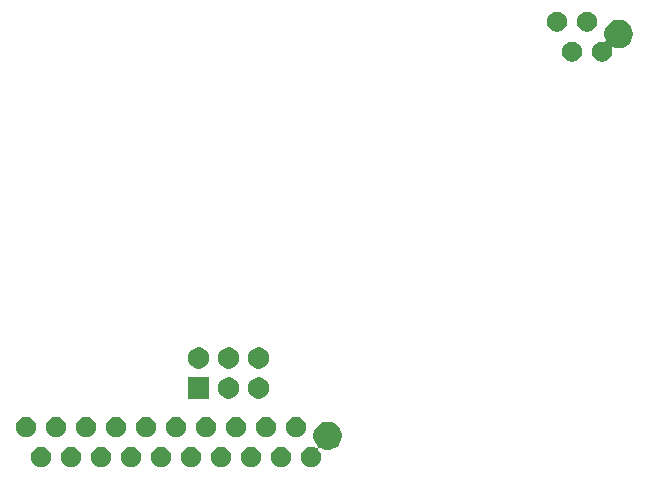
<source format=gbs>
G04 #@! TF.GenerationSoftware,KiCad,Pcbnew,5.0.1-33cea8e~68~ubuntu18.04.1*
G04 #@! TF.CreationDate,2018-12-01T11:29:07-05:00*
G04 #@! TF.ProjectId,throttle,7468726F74746C652E6B696361645F70,rev?*
G04 #@! TF.SameCoordinates,Original*
G04 #@! TF.FileFunction,Soldermask,Bot*
G04 #@! TF.FilePolarity,Negative*
%FSLAX46Y46*%
G04 Gerber Fmt 4.6, Leading zero omitted, Abs format (unit mm)*
G04 Created by KiCad (PCBNEW 5.0.1-33cea8e~68~ubuntu18.04.1) date Sat 01 Dec 2018 11:29:07 AM EST*
%MOMM*%
%LPD*%
G01*
G04 APERTURE LIST*
%ADD10C,0.100000*%
G04 APERTURE END LIST*
D10*
G36*
X114166934Y-91130664D02*
X114321627Y-91194740D01*
X114460847Y-91287764D01*
X114579236Y-91406153D01*
X114672260Y-91545373D01*
X114736336Y-91700066D01*
X114769000Y-91864281D01*
X114769000Y-92031719D01*
X114736336Y-92195934D01*
X114672260Y-92350627D01*
X114579236Y-92489847D01*
X114460847Y-92608236D01*
X114321627Y-92701260D01*
X114166934Y-92765336D01*
X114002719Y-92798000D01*
X113835281Y-92798000D01*
X113671066Y-92765336D01*
X113516373Y-92701260D01*
X113377153Y-92608236D01*
X113258764Y-92489847D01*
X113165740Y-92350627D01*
X113101664Y-92195934D01*
X113069000Y-92031719D01*
X113069000Y-91864281D01*
X113101664Y-91700066D01*
X113165740Y-91545373D01*
X113258764Y-91406153D01*
X113377153Y-91287764D01*
X113516373Y-91194740D01*
X113671066Y-91130664D01*
X113835281Y-91098000D01*
X114002719Y-91098000D01*
X114166934Y-91130664D01*
X114166934Y-91130664D01*
G37*
G36*
X104006934Y-91130664D02*
X104161627Y-91194740D01*
X104300847Y-91287764D01*
X104419236Y-91406153D01*
X104512260Y-91545373D01*
X104576336Y-91700066D01*
X104609000Y-91864281D01*
X104609000Y-92031719D01*
X104576336Y-92195934D01*
X104512260Y-92350627D01*
X104419236Y-92489847D01*
X104300847Y-92608236D01*
X104161627Y-92701260D01*
X104006934Y-92765336D01*
X103842719Y-92798000D01*
X103675281Y-92798000D01*
X103511066Y-92765336D01*
X103356373Y-92701260D01*
X103217153Y-92608236D01*
X103098764Y-92489847D01*
X103005740Y-92350627D01*
X102941664Y-92195934D01*
X102909000Y-92031719D01*
X102909000Y-91864281D01*
X102941664Y-91700066D01*
X103005740Y-91545373D01*
X103098764Y-91406153D01*
X103217153Y-91287764D01*
X103356373Y-91194740D01*
X103511066Y-91130664D01*
X103675281Y-91098000D01*
X103842719Y-91098000D01*
X104006934Y-91130664D01*
X104006934Y-91130664D01*
G37*
G36*
X106546934Y-91130664D02*
X106701627Y-91194740D01*
X106840847Y-91287764D01*
X106959236Y-91406153D01*
X107052260Y-91545373D01*
X107116336Y-91700066D01*
X107149000Y-91864281D01*
X107149000Y-92031719D01*
X107116336Y-92195934D01*
X107052260Y-92350627D01*
X106959236Y-92489847D01*
X106840847Y-92608236D01*
X106701627Y-92701260D01*
X106546934Y-92765336D01*
X106382719Y-92798000D01*
X106215281Y-92798000D01*
X106051066Y-92765336D01*
X105896373Y-92701260D01*
X105757153Y-92608236D01*
X105638764Y-92489847D01*
X105545740Y-92350627D01*
X105481664Y-92195934D01*
X105449000Y-92031719D01*
X105449000Y-91864281D01*
X105481664Y-91700066D01*
X105545740Y-91545373D01*
X105638764Y-91406153D01*
X105757153Y-91287764D01*
X105896373Y-91194740D01*
X106051066Y-91130664D01*
X106215281Y-91098000D01*
X106382719Y-91098000D01*
X106546934Y-91130664D01*
X106546934Y-91130664D01*
G37*
G36*
X109086934Y-91130664D02*
X109241627Y-91194740D01*
X109380847Y-91287764D01*
X109499236Y-91406153D01*
X109592260Y-91545373D01*
X109656336Y-91700066D01*
X109689000Y-91864281D01*
X109689000Y-92031719D01*
X109656336Y-92195934D01*
X109592260Y-92350627D01*
X109499236Y-92489847D01*
X109380847Y-92608236D01*
X109241627Y-92701260D01*
X109086934Y-92765336D01*
X108922719Y-92798000D01*
X108755281Y-92798000D01*
X108591066Y-92765336D01*
X108436373Y-92701260D01*
X108297153Y-92608236D01*
X108178764Y-92489847D01*
X108085740Y-92350627D01*
X108021664Y-92195934D01*
X107989000Y-92031719D01*
X107989000Y-91864281D01*
X108021664Y-91700066D01*
X108085740Y-91545373D01*
X108178764Y-91406153D01*
X108297153Y-91287764D01*
X108436373Y-91194740D01*
X108591066Y-91130664D01*
X108755281Y-91098000D01*
X108922719Y-91098000D01*
X109086934Y-91130664D01*
X109086934Y-91130664D01*
G37*
G36*
X111626934Y-91130664D02*
X111781627Y-91194740D01*
X111920847Y-91287764D01*
X112039236Y-91406153D01*
X112132260Y-91545373D01*
X112196336Y-91700066D01*
X112229000Y-91864281D01*
X112229000Y-92031719D01*
X112196336Y-92195934D01*
X112132260Y-92350627D01*
X112039236Y-92489847D01*
X111920847Y-92608236D01*
X111781627Y-92701260D01*
X111626934Y-92765336D01*
X111462719Y-92798000D01*
X111295281Y-92798000D01*
X111131066Y-92765336D01*
X110976373Y-92701260D01*
X110837153Y-92608236D01*
X110718764Y-92489847D01*
X110625740Y-92350627D01*
X110561664Y-92195934D01*
X110529000Y-92031719D01*
X110529000Y-91864281D01*
X110561664Y-91700066D01*
X110625740Y-91545373D01*
X110718764Y-91406153D01*
X110837153Y-91287764D01*
X110976373Y-91194740D01*
X111131066Y-91130664D01*
X111295281Y-91098000D01*
X111462719Y-91098000D01*
X111626934Y-91130664D01*
X111626934Y-91130664D01*
G37*
G36*
X116706934Y-91130664D02*
X116861627Y-91194740D01*
X117000847Y-91287764D01*
X117119236Y-91406153D01*
X117212260Y-91545373D01*
X117276336Y-91700066D01*
X117309000Y-91864281D01*
X117309000Y-92031719D01*
X117276336Y-92195934D01*
X117212260Y-92350627D01*
X117119236Y-92489847D01*
X117000847Y-92608236D01*
X116861627Y-92701260D01*
X116706934Y-92765336D01*
X116542719Y-92798000D01*
X116375281Y-92798000D01*
X116211066Y-92765336D01*
X116056373Y-92701260D01*
X115917153Y-92608236D01*
X115798764Y-92489847D01*
X115705740Y-92350627D01*
X115641664Y-92195934D01*
X115609000Y-92031719D01*
X115609000Y-91864281D01*
X115641664Y-91700066D01*
X115705740Y-91545373D01*
X115798764Y-91406153D01*
X115917153Y-91287764D01*
X116056373Y-91194740D01*
X116211066Y-91130664D01*
X116375281Y-91098000D01*
X116542719Y-91098000D01*
X116706934Y-91130664D01*
X116706934Y-91130664D01*
G37*
G36*
X119246934Y-91130664D02*
X119401627Y-91194740D01*
X119540847Y-91287764D01*
X119659236Y-91406153D01*
X119752260Y-91545373D01*
X119816336Y-91700066D01*
X119849000Y-91864281D01*
X119849000Y-92031719D01*
X119816336Y-92195934D01*
X119752260Y-92350627D01*
X119659236Y-92489847D01*
X119540847Y-92608236D01*
X119401627Y-92701260D01*
X119246934Y-92765336D01*
X119082719Y-92798000D01*
X118915281Y-92798000D01*
X118751066Y-92765336D01*
X118596373Y-92701260D01*
X118457153Y-92608236D01*
X118338764Y-92489847D01*
X118245740Y-92350627D01*
X118181664Y-92195934D01*
X118149000Y-92031719D01*
X118149000Y-91864281D01*
X118181664Y-91700066D01*
X118245740Y-91545373D01*
X118338764Y-91406153D01*
X118457153Y-91287764D01*
X118596373Y-91194740D01*
X118751066Y-91130664D01*
X118915281Y-91098000D01*
X119082719Y-91098000D01*
X119246934Y-91130664D01*
X119246934Y-91130664D01*
G37*
G36*
X128369026Y-88994115D02*
X128587412Y-89084573D01*
X128783958Y-89215901D01*
X128951099Y-89383042D01*
X129082427Y-89579588D01*
X129172885Y-89797974D01*
X129219000Y-90029809D01*
X129219000Y-90266191D01*
X129172885Y-90498026D01*
X129082427Y-90716412D01*
X128951099Y-90912958D01*
X128783958Y-91080099D01*
X128587412Y-91211427D01*
X128369026Y-91301885D01*
X128137191Y-91348000D01*
X127900809Y-91348000D01*
X127668974Y-91301885D01*
X127450588Y-91211427D01*
X127402605Y-91179366D01*
X127380994Y-91167815D01*
X127357545Y-91160702D01*
X127333159Y-91158300D01*
X127308773Y-91160702D01*
X127285324Y-91167815D01*
X127263713Y-91179366D01*
X127244771Y-91194912D01*
X127229225Y-91213854D01*
X127217674Y-91235465D01*
X127210561Y-91258914D01*
X127208159Y-91283300D01*
X127210561Y-91307686D01*
X127217674Y-91331135D01*
X127229225Y-91352746D01*
X127244771Y-91371688D01*
X127279236Y-91406153D01*
X127372260Y-91545373D01*
X127436336Y-91700066D01*
X127469000Y-91864281D01*
X127469000Y-92031719D01*
X127436336Y-92195934D01*
X127372260Y-92350627D01*
X127279236Y-92489847D01*
X127160847Y-92608236D01*
X127021627Y-92701260D01*
X126866934Y-92765336D01*
X126702719Y-92798000D01*
X126535281Y-92798000D01*
X126371066Y-92765336D01*
X126216373Y-92701260D01*
X126077153Y-92608236D01*
X125958764Y-92489847D01*
X125865740Y-92350627D01*
X125801664Y-92195934D01*
X125769000Y-92031719D01*
X125769000Y-91864281D01*
X125801664Y-91700066D01*
X125865740Y-91545373D01*
X125958764Y-91406153D01*
X126077153Y-91287764D01*
X126216373Y-91194740D01*
X126371066Y-91130664D01*
X126535281Y-91098000D01*
X126702719Y-91098000D01*
X126866934Y-91130664D01*
X127032006Y-91199039D01*
X127033897Y-91200050D01*
X127057347Y-91207163D01*
X127081733Y-91209564D01*
X127106119Y-91207162D01*
X127129568Y-91200048D01*
X127151179Y-91188497D01*
X127170121Y-91172951D01*
X127185666Y-91154009D01*
X127197217Y-91132398D01*
X127204330Y-91108948D01*
X127206731Y-91084562D01*
X127204329Y-91060176D01*
X127197215Y-91036727D01*
X127185664Y-91015116D01*
X127170119Y-90996176D01*
X127086901Y-90912958D01*
X126955573Y-90716412D01*
X126865115Y-90498026D01*
X126819000Y-90266191D01*
X126819000Y-90029809D01*
X126865115Y-89797974D01*
X126955573Y-89579588D01*
X127086901Y-89383042D01*
X127254042Y-89215901D01*
X127450588Y-89084573D01*
X127668974Y-88994115D01*
X127900809Y-88948000D01*
X128137191Y-88948000D01*
X128369026Y-88994115D01*
X128369026Y-88994115D01*
G37*
G36*
X124326934Y-91130664D02*
X124481627Y-91194740D01*
X124620847Y-91287764D01*
X124739236Y-91406153D01*
X124832260Y-91545373D01*
X124896336Y-91700066D01*
X124929000Y-91864281D01*
X124929000Y-92031719D01*
X124896336Y-92195934D01*
X124832260Y-92350627D01*
X124739236Y-92489847D01*
X124620847Y-92608236D01*
X124481627Y-92701260D01*
X124326934Y-92765336D01*
X124162719Y-92798000D01*
X123995281Y-92798000D01*
X123831066Y-92765336D01*
X123676373Y-92701260D01*
X123537153Y-92608236D01*
X123418764Y-92489847D01*
X123325740Y-92350627D01*
X123261664Y-92195934D01*
X123229000Y-92031719D01*
X123229000Y-91864281D01*
X123261664Y-91700066D01*
X123325740Y-91545373D01*
X123418764Y-91406153D01*
X123537153Y-91287764D01*
X123676373Y-91194740D01*
X123831066Y-91130664D01*
X123995281Y-91098000D01*
X124162719Y-91098000D01*
X124326934Y-91130664D01*
X124326934Y-91130664D01*
G37*
G36*
X121786934Y-91130664D02*
X121941627Y-91194740D01*
X122080847Y-91287764D01*
X122199236Y-91406153D01*
X122292260Y-91545373D01*
X122356336Y-91700066D01*
X122389000Y-91864281D01*
X122389000Y-92031719D01*
X122356336Y-92195934D01*
X122292260Y-92350627D01*
X122199236Y-92489847D01*
X122080847Y-92608236D01*
X121941627Y-92701260D01*
X121786934Y-92765336D01*
X121622719Y-92798000D01*
X121455281Y-92798000D01*
X121291066Y-92765336D01*
X121136373Y-92701260D01*
X120997153Y-92608236D01*
X120878764Y-92489847D01*
X120785740Y-92350627D01*
X120721664Y-92195934D01*
X120689000Y-92031719D01*
X120689000Y-91864281D01*
X120721664Y-91700066D01*
X120785740Y-91545373D01*
X120878764Y-91406153D01*
X120997153Y-91287764D01*
X121136373Y-91194740D01*
X121291066Y-91130664D01*
X121455281Y-91098000D01*
X121622719Y-91098000D01*
X121786934Y-91130664D01*
X121786934Y-91130664D01*
G37*
G36*
X123056934Y-88590664D02*
X123211627Y-88654740D01*
X123350847Y-88747764D01*
X123469236Y-88866153D01*
X123562260Y-89005373D01*
X123626336Y-89160066D01*
X123659000Y-89324281D01*
X123659000Y-89491719D01*
X123626336Y-89655934D01*
X123562260Y-89810627D01*
X123469236Y-89949847D01*
X123350847Y-90068236D01*
X123211627Y-90161260D01*
X123056934Y-90225336D01*
X122892719Y-90258000D01*
X122725281Y-90258000D01*
X122561066Y-90225336D01*
X122406373Y-90161260D01*
X122267153Y-90068236D01*
X122148764Y-89949847D01*
X122055740Y-89810627D01*
X121991664Y-89655934D01*
X121959000Y-89491719D01*
X121959000Y-89324281D01*
X121991664Y-89160066D01*
X122055740Y-89005373D01*
X122148764Y-88866153D01*
X122267153Y-88747764D01*
X122406373Y-88654740D01*
X122561066Y-88590664D01*
X122725281Y-88558000D01*
X122892719Y-88558000D01*
X123056934Y-88590664D01*
X123056934Y-88590664D01*
G37*
G36*
X115436934Y-88590664D02*
X115591627Y-88654740D01*
X115730847Y-88747764D01*
X115849236Y-88866153D01*
X115942260Y-89005373D01*
X116006336Y-89160066D01*
X116039000Y-89324281D01*
X116039000Y-89491719D01*
X116006336Y-89655934D01*
X115942260Y-89810627D01*
X115849236Y-89949847D01*
X115730847Y-90068236D01*
X115591627Y-90161260D01*
X115436934Y-90225336D01*
X115272719Y-90258000D01*
X115105281Y-90258000D01*
X114941066Y-90225336D01*
X114786373Y-90161260D01*
X114647153Y-90068236D01*
X114528764Y-89949847D01*
X114435740Y-89810627D01*
X114371664Y-89655934D01*
X114339000Y-89491719D01*
X114339000Y-89324281D01*
X114371664Y-89160066D01*
X114435740Y-89005373D01*
X114528764Y-88866153D01*
X114647153Y-88747764D01*
X114786373Y-88654740D01*
X114941066Y-88590664D01*
X115105281Y-88558000D01*
X115272719Y-88558000D01*
X115436934Y-88590664D01*
X115436934Y-88590664D01*
G37*
G36*
X112896934Y-88590664D02*
X113051627Y-88654740D01*
X113190847Y-88747764D01*
X113309236Y-88866153D01*
X113402260Y-89005373D01*
X113466336Y-89160066D01*
X113499000Y-89324281D01*
X113499000Y-89491719D01*
X113466336Y-89655934D01*
X113402260Y-89810627D01*
X113309236Y-89949847D01*
X113190847Y-90068236D01*
X113051627Y-90161260D01*
X112896934Y-90225336D01*
X112732719Y-90258000D01*
X112565281Y-90258000D01*
X112401066Y-90225336D01*
X112246373Y-90161260D01*
X112107153Y-90068236D01*
X111988764Y-89949847D01*
X111895740Y-89810627D01*
X111831664Y-89655934D01*
X111799000Y-89491719D01*
X111799000Y-89324281D01*
X111831664Y-89160066D01*
X111895740Y-89005373D01*
X111988764Y-88866153D01*
X112107153Y-88747764D01*
X112246373Y-88654740D01*
X112401066Y-88590664D01*
X112565281Y-88558000D01*
X112732719Y-88558000D01*
X112896934Y-88590664D01*
X112896934Y-88590664D01*
G37*
G36*
X117976934Y-88590664D02*
X118131627Y-88654740D01*
X118270847Y-88747764D01*
X118389236Y-88866153D01*
X118482260Y-89005373D01*
X118546336Y-89160066D01*
X118579000Y-89324281D01*
X118579000Y-89491719D01*
X118546336Y-89655934D01*
X118482260Y-89810627D01*
X118389236Y-89949847D01*
X118270847Y-90068236D01*
X118131627Y-90161260D01*
X117976934Y-90225336D01*
X117812719Y-90258000D01*
X117645281Y-90258000D01*
X117481066Y-90225336D01*
X117326373Y-90161260D01*
X117187153Y-90068236D01*
X117068764Y-89949847D01*
X116975740Y-89810627D01*
X116911664Y-89655934D01*
X116879000Y-89491719D01*
X116879000Y-89324281D01*
X116911664Y-89160066D01*
X116975740Y-89005373D01*
X117068764Y-88866153D01*
X117187153Y-88747764D01*
X117326373Y-88654740D01*
X117481066Y-88590664D01*
X117645281Y-88558000D01*
X117812719Y-88558000D01*
X117976934Y-88590664D01*
X117976934Y-88590664D01*
G37*
G36*
X120516934Y-88590664D02*
X120671627Y-88654740D01*
X120810847Y-88747764D01*
X120929236Y-88866153D01*
X121022260Y-89005373D01*
X121086336Y-89160066D01*
X121119000Y-89324281D01*
X121119000Y-89491719D01*
X121086336Y-89655934D01*
X121022260Y-89810627D01*
X120929236Y-89949847D01*
X120810847Y-90068236D01*
X120671627Y-90161260D01*
X120516934Y-90225336D01*
X120352719Y-90258000D01*
X120185281Y-90258000D01*
X120021066Y-90225336D01*
X119866373Y-90161260D01*
X119727153Y-90068236D01*
X119608764Y-89949847D01*
X119515740Y-89810627D01*
X119451664Y-89655934D01*
X119419000Y-89491719D01*
X119419000Y-89324281D01*
X119451664Y-89160066D01*
X119515740Y-89005373D01*
X119608764Y-88866153D01*
X119727153Y-88747764D01*
X119866373Y-88654740D01*
X120021066Y-88590664D01*
X120185281Y-88558000D01*
X120352719Y-88558000D01*
X120516934Y-88590664D01*
X120516934Y-88590664D01*
G37*
G36*
X110356934Y-88590664D02*
X110511627Y-88654740D01*
X110650847Y-88747764D01*
X110769236Y-88866153D01*
X110862260Y-89005373D01*
X110926336Y-89160066D01*
X110959000Y-89324281D01*
X110959000Y-89491719D01*
X110926336Y-89655934D01*
X110862260Y-89810627D01*
X110769236Y-89949847D01*
X110650847Y-90068236D01*
X110511627Y-90161260D01*
X110356934Y-90225336D01*
X110192719Y-90258000D01*
X110025281Y-90258000D01*
X109861066Y-90225336D01*
X109706373Y-90161260D01*
X109567153Y-90068236D01*
X109448764Y-89949847D01*
X109355740Y-89810627D01*
X109291664Y-89655934D01*
X109259000Y-89491719D01*
X109259000Y-89324281D01*
X109291664Y-89160066D01*
X109355740Y-89005373D01*
X109448764Y-88866153D01*
X109567153Y-88747764D01*
X109706373Y-88654740D01*
X109861066Y-88590664D01*
X110025281Y-88558000D01*
X110192719Y-88558000D01*
X110356934Y-88590664D01*
X110356934Y-88590664D01*
G37*
G36*
X107816934Y-88590664D02*
X107971627Y-88654740D01*
X108110847Y-88747764D01*
X108229236Y-88866153D01*
X108322260Y-89005373D01*
X108386336Y-89160066D01*
X108419000Y-89324281D01*
X108419000Y-89491719D01*
X108386336Y-89655934D01*
X108322260Y-89810627D01*
X108229236Y-89949847D01*
X108110847Y-90068236D01*
X107971627Y-90161260D01*
X107816934Y-90225336D01*
X107652719Y-90258000D01*
X107485281Y-90258000D01*
X107321066Y-90225336D01*
X107166373Y-90161260D01*
X107027153Y-90068236D01*
X106908764Y-89949847D01*
X106815740Y-89810627D01*
X106751664Y-89655934D01*
X106719000Y-89491719D01*
X106719000Y-89324281D01*
X106751664Y-89160066D01*
X106815740Y-89005373D01*
X106908764Y-88866153D01*
X107027153Y-88747764D01*
X107166373Y-88654740D01*
X107321066Y-88590664D01*
X107485281Y-88558000D01*
X107652719Y-88558000D01*
X107816934Y-88590664D01*
X107816934Y-88590664D01*
G37*
G36*
X105276934Y-88590664D02*
X105431627Y-88654740D01*
X105570847Y-88747764D01*
X105689236Y-88866153D01*
X105782260Y-89005373D01*
X105846336Y-89160066D01*
X105879000Y-89324281D01*
X105879000Y-89491719D01*
X105846336Y-89655934D01*
X105782260Y-89810627D01*
X105689236Y-89949847D01*
X105570847Y-90068236D01*
X105431627Y-90161260D01*
X105276934Y-90225336D01*
X105112719Y-90258000D01*
X104945281Y-90258000D01*
X104781066Y-90225336D01*
X104626373Y-90161260D01*
X104487153Y-90068236D01*
X104368764Y-89949847D01*
X104275740Y-89810627D01*
X104211664Y-89655934D01*
X104179000Y-89491719D01*
X104179000Y-89324281D01*
X104211664Y-89160066D01*
X104275740Y-89005373D01*
X104368764Y-88866153D01*
X104487153Y-88747764D01*
X104626373Y-88654740D01*
X104781066Y-88590664D01*
X104945281Y-88558000D01*
X105112719Y-88558000D01*
X105276934Y-88590664D01*
X105276934Y-88590664D01*
G37*
G36*
X102736934Y-88590664D02*
X102891627Y-88654740D01*
X103030847Y-88747764D01*
X103149236Y-88866153D01*
X103242260Y-89005373D01*
X103306336Y-89160066D01*
X103339000Y-89324281D01*
X103339000Y-89491719D01*
X103306336Y-89655934D01*
X103242260Y-89810627D01*
X103149236Y-89949847D01*
X103030847Y-90068236D01*
X102891627Y-90161260D01*
X102736934Y-90225336D01*
X102572719Y-90258000D01*
X102405281Y-90258000D01*
X102241066Y-90225336D01*
X102086373Y-90161260D01*
X101947153Y-90068236D01*
X101828764Y-89949847D01*
X101735740Y-89810627D01*
X101671664Y-89655934D01*
X101639000Y-89491719D01*
X101639000Y-89324281D01*
X101671664Y-89160066D01*
X101735740Y-89005373D01*
X101828764Y-88866153D01*
X101947153Y-88747764D01*
X102086373Y-88654740D01*
X102241066Y-88590664D01*
X102405281Y-88558000D01*
X102572719Y-88558000D01*
X102736934Y-88590664D01*
X102736934Y-88590664D01*
G37*
G36*
X125596934Y-88590664D02*
X125751627Y-88654740D01*
X125890847Y-88747764D01*
X126009236Y-88866153D01*
X126102260Y-89005373D01*
X126166336Y-89160066D01*
X126199000Y-89324281D01*
X126199000Y-89491719D01*
X126166336Y-89655934D01*
X126102260Y-89810627D01*
X126009236Y-89949847D01*
X125890847Y-90068236D01*
X125751627Y-90161260D01*
X125596934Y-90225336D01*
X125432719Y-90258000D01*
X125265281Y-90258000D01*
X125101066Y-90225336D01*
X124946373Y-90161260D01*
X124807153Y-90068236D01*
X124688764Y-89949847D01*
X124595740Y-89810627D01*
X124531664Y-89655934D01*
X124499000Y-89491719D01*
X124499000Y-89324281D01*
X124531664Y-89160066D01*
X124595740Y-89005373D01*
X124688764Y-88866153D01*
X124807153Y-88747764D01*
X124946373Y-88654740D01*
X125101066Y-88590664D01*
X125265281Y-88558000D01*
X125432719Y-88558000D01*
X125596934Y-88590664D01*
X125596934Y-88590664D01*
G37*
G36*
X119896521Y-85240586D02*
X120060309Y-85308429D01*
X120207720Y-85406926D01*
X120333074Y-85532280D01*
X120431571Y-85679691D01*
X120499414Y-85843479D01*
X120534000Y-86017356D01*
X120534000Y-86194644D01*
X120499414Y-86368521D01*
X120431571Y-86532309D01*
X120333074Y-86679720D01*
X120207720Y-86805074D01*
X120060309Y-86903571D01*
X119896521Y-86971414D01*
X119722644Y-87006000D01*
X119545356Y-87006000D01*
X119371479Y-86971414D01*
X119207691Y-86903571D01*
X119060280Y-86805074D01*
X118934926Y-86679720D01*
X118836429Y-86532309D01*
X118768586Y-86368521D01*
X118734000Y-86194644D01*
X118734000Y-86017356D01*
X118768586Y-85843479D01*
X118836429Y-85679691D01*
X118934926Y-85532280D01*
X119060280Y-85406926D01*
X119207691Y-85308429D01*
X119371479Y-85240586D01*
X119545356Y-85206000D01*
X119722644Y-85206000D01*
X119896521Y-85240586D01*
X119896521Y-85240586D01*
G37*
G36*
X122436521Y-85240586D02*
X122600309Y-85308429D01*
X122747720Y-85406926D01*
X122873074Y-85532280D01*
X122971571Y-85679691D01*
X123039414Y-85843479D01*
X123074000Y-86017356D01*
X123074000Y-86194644D01*
X123039414Y-86368521D01*
X122971571Y-86532309D01*
X122873074Y-86679720D01*
X122747720Y-86805074D01*
X122600309Y-86903571D01*
X122436521Y-86971414D01*
X122262644Y-87006000D01*
X122085356Y-87006000D01*
X121911479Y-86971414D01*
X121747691Y-86903571D01*
X121600280Y-86805074D01*
X121474926Y-86679720D01*
X121376429Y-86532309D01*
X121308586Y-86368521D01*
X121274000Y-86194644D01*
X121274000Y-86017356D01*
X121308586Y-85843479D01*
X121376429Y-85679691D01*
X121474926Y-85532280D01*
X121600280Y-85406926D01*
X121747691Y-85308429D01*
X121911479Y-85240586D01*
X122085356Y-85206000D01*
X122262644Y-85206000D01*
X122436521Y-85240586D01*
X122436521Y-85240586D01*
G37*
G36*
X117994000Y-87006000D02*
X116194000Y-87006000D01*
X116194000Y-85206000D01*
X117994000Y-85206000D01*
X117994000Y-87006000D01*
X117994000Y-87006000D01*
G37*
G36*
X119896521Y-82700586D02*
X120060309Y-82768429D01*
X120207720Y-82866926D01*
X120333074Y-82992280D01*
X120431571Y-83139691D01*
X120499414Y-83303479D01*
X120534000Y-83477356D01*
X120534000Y-83654644D01*
X120499414Y-83828521D01*
X120431571Y-83992309D01*
X120333074Y-84139720D01*
X120207720Y-84265074D01*
X120060309Y-84363571D01*
X119896521Y-84431414D01*
X119722644Y-84466000D01*
X119545356Y-84466000D01*
X119371479Y-84431414D01*
X119207691Y-84363571D01*
X119060280Y-84265074D01*
X118934926Y-84139720D01*
X118836429Y-83992309D01*
X118768586Y-83828521D01*
X118734000Y-83654644D01*
X118734000Y-83477356D01*
X118768586Y-83303479D01*
X118836429Y-83139691D01*
X118934926Y-82992280D01*
X119060280Y-82866926D01*
X119207691Y-82768429D01*
X119371479Y-82700586D01*
X119545356Y-82666000D01*
X119722644Y-82666000D01*
X119896521Y-82700586D01*
X119896521Y-82700586D01*
G37*
G36*
X122436521Y-82700586D02*
X122600309Y-82768429D01*
X122747720Y-82866926D01*
X122873074Y-82992280D01*
X122971571Y-83139691D01*
X123039414Y-83303479D01*
X123074000Y-83477356D01*
X123074000Y-83654644D01*
X123039414Y-83828521D01*
X122971571Y-83992309D01*
X122873074Y-84139720D01*
X122747720Y-84265074D01*
X122600309Y-84363571D01*
X122436521Y-84431414D01*
X122262644Y-84466000D01*
X122085356Y-84466000D01*
X121911479Y-84431414D01*
X121747691Y-84363571D01*
X121600280Y-84265074D01*
X121474926Y-84139720D01*
X121376429Y-83992309D01*
X121308586Y-83828521D01*
X121274000Y-83654644D01*
X121274000Y-83477356D01*
X121308586Y-83303479D01*
X121376429Y-83139691D01*
X121474926Y-82992280D01*
X121600280Y-82866926D01*
X121747691Y-82768429D01*
X121911479Y-82700586D01*
X122085356Y-82666000D01*
X122262644Y-82666000D01*
X122436521Y-82700586D01*
X122436521Y-82700586D01*
G37*
G36*
X117356521Y-82700586D02*
X117520309Y-82768429D01*
X117667720Y-82866926D01*
X117793074Y-82992280D01*
X117891571Y-83139691D01*
X117959414Y-83303479D01*
X117994000Y-83477356D01*
X117994000Y-83654644D01*
X117959414Y-83828521D01*
X117891571Y-83992309D01*
X117793074Y-84139720D01*
X117667720Y-84265074D01*
X117520309Y-84363571D01*
X117356521Y-84431414D01*
X117182644Y-84466000D01*
X117005356Y-84466000D01*
X116831479Y-84431414D01*
X116667691Y-84363571D01*
X116520280Y-84265074D01*
X116394926Y-84139720D01*
X116296429Y-83992309D01*
X116228586Y-83828521D01*
X116194000Y-83654644D01*
X116194000Y-83477356D01*
X116228586Y-83303479D01*
X116296429Y-83139691D01*
X116394926Y-82992280D01*
X116520280Y-82866926D01*
X116667691Y-82768429D01*
X116831479Y-82700586D01*
X117005356Y-82666000D01*
X117182644Y-82666000D01*
X117356521Y-82700586D01*
X117356521Y-82700586D01*
G37*
G36*
X148961934Y-56816664D02*
X149116627Y-56880740D01*
X149255847Y-56973764D01*
X149374236Y-57092153D01*
X149467260Y-57231373D01*
X149531336Y-57386066D01*
X149564000Y-57550281D01*
X149564000Y-57717719D01*
X149531336Y-57881934D01*
X149467260Y-58036627D01*
X149374236Y-58175847D01*
X149255847Y-58294236D01*
X149116627Y-58387260D01*
X148961934Y-58451336D01*
X148797719Y-58484000D01*
X148630281Y-58484000D01*
X148466066Y-58451336D01*
X148311373Y-58387260D01*
X148172153Y-58294236D01*
X148053764Y-58175847D01*
X147960740Y-58036627D01*
X147896664Y-57881934D01*
X147864000Y-57717719D01*
X147864000Y-57550281D01*
X147896664Y-57386066D01*
X147960740Y-57231373D01*
X148053764Y-57092153D01*
X148172153Y-56973764D01*
X148311373Y-56880740D01*
X148466066Y-56816664D01*
X148630281Y-56784000D01*
X148797719Y-56784000D01*
X148961934Y-56816664D01*
X148961934Y-56816664D01*
G37*
G36*
X153004026Y-54980115D02*
X153222412Y-55070573D01*
X153418958Y-55201901D01*
X153586099Y-55369042D01*
X153717427Y-55565588D01*
X153807885Y-55783974D01*
X153854000Y-56015809D01*
X153854000Y-56252191D01*
X153807885Y-56484026D01*
X153717427Y-56702412D01*
X153586099Y-56898958D01*
X153418958Y-57066099D01*
X153222412Y-57197427D01*
X153004026Y-57287885D01*
X152772191Y-57334000D01*
X152535809Y-57334000D01*
X152303974Y-57287885D01*
X152245221Y-57263549D01*
X152221772Y-57256436D01*
X152197386Y-57254034D01*
X152173000Y-57256436D01*
X152149550Y-57263549D01*
X152127940Y-57275100D01*
X152108998Y-57290646D01*
X152093452Y-57309588D01*
X152081901Y-57331199D01*
X152074788Y-57354648D01*
X152072386Y-57379034D01*
X152074788Y-57403420D01*
X152104000Y-57550281D01*
X152104000Y-57717719D01*
X152071336Y-57881934D01*
X152007260Y-58036627D01*
X151914236Y-58175847D01*
X151795847Y-58294236D01*
X151656627Y-58387260D01*
X151501934Y-58451336D01*
X151337719Y-58484000D01*
X151170281Y-58484000D01*
X151006066Y-58451336D01*
X150851373Y-58387260D01*
X150712153Y-58294236D01*
X150593764Y-58175847D01*
X150500740Y-58036627D01*
X150436664Y-57881934D01*
X150404000Y-57717719D01*
X150404000Y-57550281D01*
X150436664Y-57386066D01*
X150500740Y-57231373D01*
X150593764Y-57092153D01*
X150712153Y-56973764D01*
X150851373Y-56880740D01*
X151006066Y-56816664D01*
X151170281Y-56784000D01*
X151337719Y-56784000D01*
X151420742Y-56800514D01*
X151445128Y-56802916D01*
X151469515Y-56800514D01*
X151492964Y-56793401D01*
X151514575Y-56781849D01*
X151533517Y-56766304D01*
X151549062Y-56747362D01*
X151560613Y-56725751D01*
X151567726Y-56702302D01*
X151570128Y-56677916D01*
X151567726Y-56653529D01*
X151560613Y-56630080D01*
X151500115Y-56484024D01*
X151454000Y-56252191D01*
X151454000Y-56015809D01*
X151500115Y-55783974D01*
X151590573Y-55565588D01*
X151721901Y-55369042D01*
X151889042Y-55201901D01*
X152085588Y-55070573D01*
X152303974Y-54980115D01*
X152535809Y-54934000D01*
X152772191Y-54934000D01*
X153004026Y-54980115D01*
X153004026Y-54980115D01*
G37*
G36*
X147691934Y-54276664D02*
X147846627Y-54340740D01*
X147985847Y-54433764D01*
X148104236Y-54552153D01*
X148197260Y-54691373D01*
X148261336Y-54846066D01*
X148294000Y-55010281D01*
X148294000Y-55177719D01*
X148261336Y-55341934D01*
X148197260Y-55496627D01*
X148104236Y-55635847D01*
X147985847Y-55754236D01*
X147846627Y-55847260D01*
X147691934Y-55911336D01*
X147527719Y-55944000D01*
X147360281Y-55944000D01*
X147196066Y-55911336D01*
X147041373Y-55847260D01*
X146902153Y-55754236D01*
X146783764Y-55635847D01*
X146690740Y-55496627D01*
X146626664Y-55341934D01*
X146594000Y-55177719D01*
X146594000Y-55010281D01*
X146626664Y-54846066D01*
X146690740Y-54691373D01*
X146783764Y-54552153D01*
X146902153Y-54433764D01*
X147041373Y-54340740D01*
X147196066Y-54276664D01*
X147360281Y-54244000D01*
X147527719Y-54244000D01*
X147691934Y-54276664D01*
X147691934Y-54276664D01*
G37*
G36*
X150231934Y-54276664D02*
X150386627Y-54340740D01*
X150525847Y-54433764D01*
X150644236Y-54552153D01*
X150737260Y-54691373D01*
X150801336Y-54846066D01*
X150834000Y-55010281D01*
X150834000Y-55177719D01*
X150801336Y-55341934D01*
X150737260Y-55496627D01*
X150644236Y-55635847D01*
X150525847Y-55754236D01*
X150386627Y-55847260D01*
X150231934Y-55911336D01*
X150067719Y-55944000D01*
X149900281Y-55944000D01*
X149736066Y-55911336D01*
X149581373Y-55847260D01*
X149442153Y-55754236D01*
X149323764Y-55635847D01*
X149230740Y-55496627D01*
X149166664Y-55341934D01*
X149134000Y-55177719D01*
X149134000Y-55010281D01*
X149166664Y-54846066D01*
X149230740Y-54691373D01*
X149323764Y-54552153D01*
X149442153Y-54433764D01*
X149581373Y-54340740D01*
X149736066Y-54276664D01*
X149900281Y-54244000D01*
X150067719Y-54244000D01*
X150231934Y-54276664D01*
X150231934Y-54276664D01*
G37*
M02*

</source>
